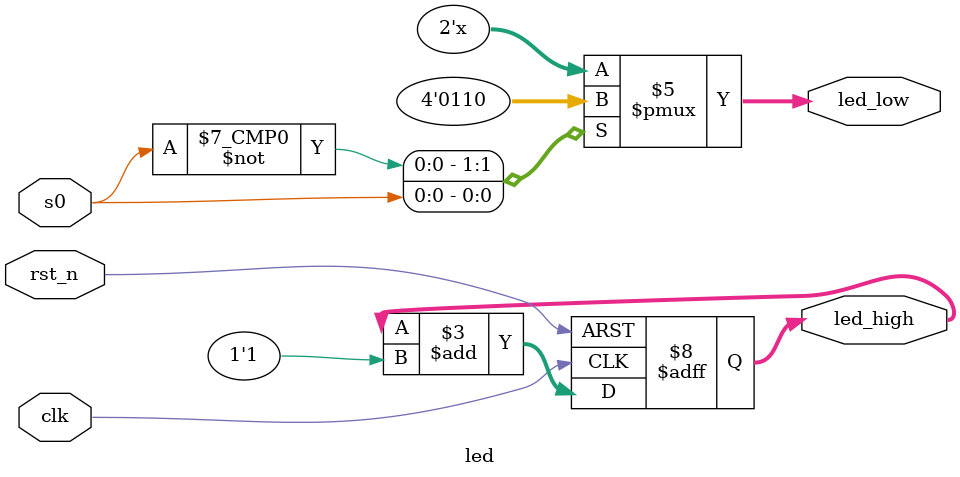
<source format=v>
module led(led_high, led_low, clk, rst_n, s0);
output[1:0] led_high;
output[1:0] led_low;
input clk, rst_n, s0;
reg[1:0] led_high, led_low;

always @(posedge clk or negedge rst_n) begin
	if (~rst_n)
		led_high <= 2'b00;
	else
		led_high <= led_high + 1'b1;
end

always @(*) begin
	case(s0)
		1'b0:led_low<=2'b01;
		1'b1:led_low<=2'b10;
		default:led_low<=2'b00;
	endcase
end

endmodule

</source>
